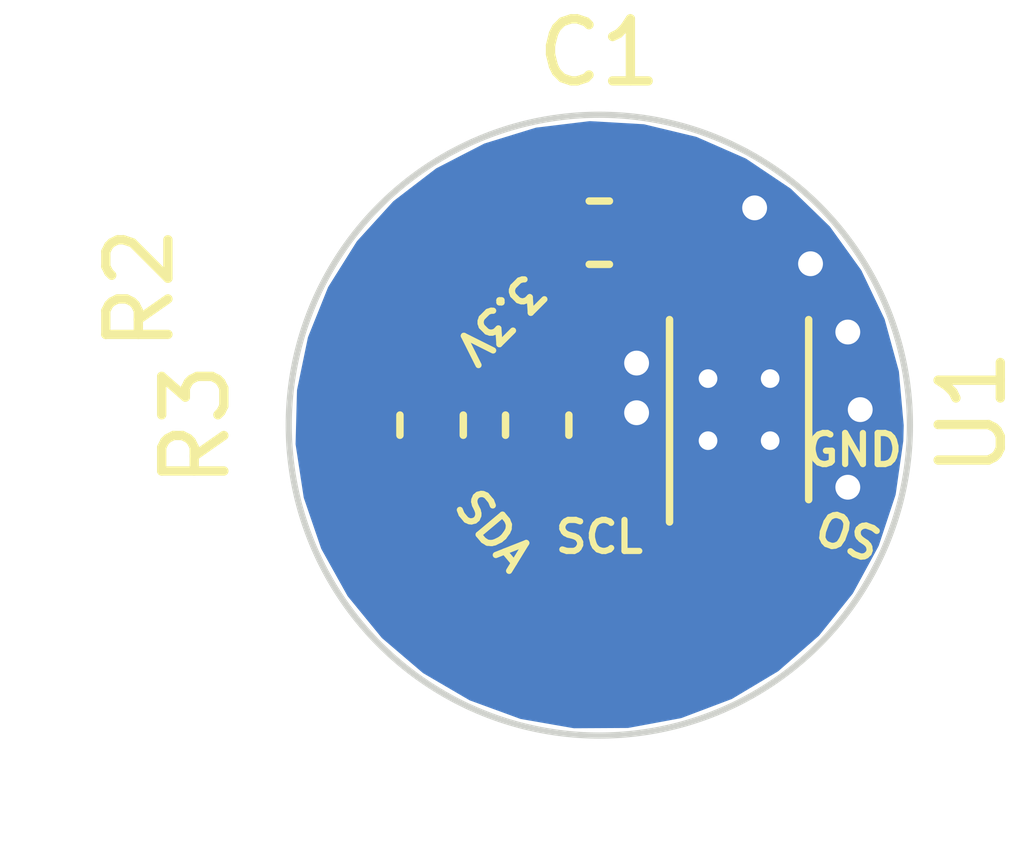
<source format=kicad_pcb>
(kicad_pcb (version 20201220) (generator pcbnew)
  (layers (0 "F.Cu" signal) (31 "B.Cu" signal) (34 "B.Paste" user) (35 "F.Paste" user) (36 "B.SilkS" user "B.Silkscreen") (37 "F.SilkS" user "F.Silkscreen") (38 "B.Mask" user) (39 "F.Mask" user) (44 "Edge.Cuts" user))
  (net 0 "")
  (net 1 "GND")
  (net 2 "VCC")
  (net 3 "/OS")
  (net 4 "/SCL")
  (net 5 "/SDA")
  (footprint "Package_DFN_QFN:TDFN-8-1EP_3x2mm_P0.5mm_EP1.80x1.65mm_ThermalVias" (layer "F.Cu") (at 102.25 99.75 90)
    (fp_text reference "U1" (at -0.05 3.75 90) (layer "F.SilkS"))
    (fp_text value "MAX31725")
    (fp_line (start -1.45 1.12) (end 1.45 1.12) (layer "F.SilkS") (width 0.12))
    (fp_line (start -1.81 -1.12) (end 1.45 -1.12) (layer "F.SilkS") (width 0.12))
    (pad "1" smd oval (at -1.45 -0.75 90) (size 0.85 0.25) (layers "F.Cu" "F.Paste" "F.Mask") (net 5 "/SDA"))
    (pad "2" smd oval (at -1.45 -0.25 90) (size 0.85 0.25) (layers "F.Cu" "F.Paste" "F.Mask") (net 4 "/SCL"))
    (pad "3" smd oval (at -1.45 0.25 90) (size 0.85 0.25) (layers "F.Cu" "F.Paste" "F.Mask") (net 3 "/OS"))
    (pad "4" smd oval (at -1.45 0.75 90) (size 0.85 0.25) (layers "F.Cu" "F.Paste" "F.Mask") (net 1 "GND"))
    (pad "5" smd oval (at 1.45 0.75 90) (size 0.85 0.25) (layers "F.Cu" "F.Paste" "F.Mask") (net 1 "GND"))
    (pad "6" smd oval (at 1.45 0.25 90) (size 0.85 0.25) (layers "F.Cu" "F.Paste" "F.Mask") (net 1 "GND"))
    (pad "7" smd oval (at 1.45 -0.25 90) (size 0.85 0.25) (layers "F.Cu" "F.Paste" "F.Mask") (net 1 "GND"))
    (pad "8" smd oval (at 1.45 -0.75 90) (size 0.85 0.25) (layers "F.Cu" "F.Paste" "F.Mask") (net 2 "VCC"))
    (pad "9" smd rect (at 0 0 90) (size 1.8 1.65) (layers "F.Cu" "F.Mask") (net 1 "GND"))
    (pad "9" thru_hole circle (at 0.5 0.5 90) (size 0.65 0.65) (drill 0.3) (layers *.Cu) (net 1 "GND"))
    (pad "9" thru_hole circle (at -0.5 0.5 90) (size 0.65 0.65) (drill 0.3) (layers *.Cu) (net 1 "GND"))
    (pad "9" smd rect (at 0 0 90) (size 1.8 1.65) (layers "B.Cu") (net 1 "GND"))
    (pad "9" thru_hole circle (at 0.5 -0.5 90) (size 0.65 0.65) (drill 0.3) (layers *.Cu) (net 1 "GND"))
    (pad "9" thru_hole circle (at -0.5 -0.5 90) (size 0.65 0.65) (drill 0.3) (layers *.Cu) (net 1 "GND"))
  )
  (footprint "Capacitor_SMD:C_0603_1608Metric" (layer "F.Cu") (at 100 96.9)
    (fp_text reference "C1" (at 0 -2.9) (layer "F.SilkS"))
    (fp_text value "220n")
    (fp_line (start -0.162779 0.51) (end 0.162779 0.51) (layer "F.SilkS") (width 0.12))
    (fp_line (start -0.162779 -0.51) (end 0.162779 -0.51) (layer "F.SilkS") (width 0.12))
    (pad "1" smd roundrect (at -0.7875 0) (size 0.875 0.95) (layers "F.Cu" "F.Paste" "F.Mask") (net 2 "VCC"))
    (pad "2" smd roundrect (at 0.7875 0) (size 0.875 0.95) (layers "F.Cu" "F.Paste" "F.Mask") (net 1 "GND"))
  )
  (footprint "Resistor_SMD:R_0603_1608Metric" (layer "F.Cu") (at 97.3 100 -90)
    (fp_text reference "R3" (at 0 3.8 90) (layer "F.SilkS"))
    (fp_text value "4k7")
    (fp_line (start -0.162779 0.51) (end 0.162779 0.51) (layer "F.SilkS") (width 0.12))
    (fp_line (start -0.162779 -0.51) (end 0.162779 -0.51) (layer "F.SilkS") (width 0.12))
    (pad "1" smd roundrect (at -0.7875 0 270) (size 0.875 0.95) (layers "F.Cu" "F.Paste" "F.Mask") (net 2 "VCC"))
    (pad "2" smd roundrect (at 0.7875 0 270) (size 0.875 0.95) (layers "F.Cu" "F.Paste" "F.Mask") (net 5 "/SDA"))
  )
  (footprint "Resistor_SMD:R_0603_1608Metric" (layer "F.Cu") (at 99 100 -90)
    (fp_text reference "R2" (at -2.2 6.4 90) (layer "F.SilkS"))
    (fp_text value "4k7")
    (fp_line (start -0.162779 -0.51) (end 0.162779 -0.51) (layer "F.SilkS") (width 0.12))
    (fp_line (start -0.162779 0.51) (end 0.162779 0.51) (layer "F.SilkS") (width 0.12))
    (pad "1" smd roundrect (at -0.7875 0 270) (size 0.875 0.95) (layers "F.Cu" "F.Paste" "F.Mask") (net 2 "VCC"))
    (pad "2" smd roundrect (at 0.7875 0 270) (size 0.875 0.95) (layers "F.Cu" "F.Paste" "F.Mask") (net 4 "/SCL"))
  )
  (gr_circle (center 100 100) (end 105 100) (layer "Edge.Cuts") (width 0.1) (fill none))
  (gr_text "3.3V" (at 98.4 98.3 225) (layer "F.SilkS") (effects (font (size 0.5 0.5) (thickness 0.1))))
  (gr_text "GND" (at 104.1 100.4) (layer "F.SilkS") (effects (font (size 0.5 0.5) (thickness 0.1))))
  (gr_text "SDA" (at 98.3 101.7 310) (layer "F.SilkS") (effects (font (size 0.5 0.5) (thickness 0.1))))
  (gr_text "SCL" (at 100 101.8) (layer "F.SilkS") (effects (font (size 0.5 0.5) (thickness 0.1))))
  (gr_text "OS" (at 104 101.8 -20) (layer "F.SilkS") (effects (font (size 0.5 0.5) (thickness 0.1))))
  (segment (start 100.7875 96.6) (end 101.6 96.6) (width 0.25) (layer "F.Cu") (net 1))
  (segment (start 103 101.2) (end 103 100.5) (width 0.25) (layer "F.Cu") (net 1))
  (segment (start 102 98.3) (end 103 98.3) (width 0.25) (layer "F.Cu") (net 1))
  (segment (start 103 100.5) (end 102.75 100.25) (width 0.25) (layer "F.Cu") (net 1))
  (segment (start 101.6 96.6) (end 102.5 97.5) (width 0.25) (layer "F.Cu") (net 1))
  (segment (start 102.5 97.5) (end 102.5 98.3) (width 0.25) (layer "F.Cu") (net 1))
  (via (at 104.2 99.75) (size 0.8) (drill 0.4) (layers "F.Cu" "B.Cu") (net 1))
  (via (at 100.6 99.8) (size 0.8) (drill 0.4) (layers "F.Cu" "B.Cu") (net 1))
  (via (at 104 98.5) (size 0.8) (drill 0.4) (layers "F.Cu" "B.Cu") (net 1))
  (via (at 103.4 97.4) (size 0.8) (drill 0.4) (layers "F.Cu" "B.Cu") (net 1))
  (via (at 104 101) (size 0.8) (drill 0.4) (layers "F.Cu" "B.Cu") (net 1))
  (via (at 100.6 99) (size 0.8) (drill 0.4) (layers "F.Cu" "B.Cu") (net 1))
  (via (at 102.5 96.5) (size 0.8) (drill 0.4) (layers "F.Cu" "B.Cu") (net 1))
  (segment (start 99 98.4) (end 99 99.2125) (width 0.25) (layer "F.Cu") (net 2))
  (segment (start 99.2125 96.6) (end 99.2125 97.2125) (width 0.25) (layer "F.Cu") (net 2))
  (segment (start 99.1 98.3) (end 99 98.4) (width 0.25) (layer "F.Cu") (net 2))
  (segment (start 101.5 98.3) (end 99.1 98.3) (width 0.25) (layer "F.Cu") (net 2))
  (segment (start 99 99.2125) (end 97.3 99.2125) (width 0.25) (layer "F.Cu") (net 2))
  (segment (start 102.5 101.2) (end 102.5 102.1) (width 0.25) (layer "F.Cu") (net 3))
  (segment (start 102.5 102.1) (end 103 102.6) (width 0.25) (layer "F.Cu") (net 3))
  (segment (start 102 101.2) (end 102 101.8) (width 0.25) (layer "F.Cu") (net 4))
  (segment (start 101 102.6) (end 99.1875 100.7875) (width 0.25) (layer "F.Cu") (net 4))
  (segment (start 99.1875 100.7875) (end 99 100.7875) (width 0.25) (layer "F.Cu") (net 4))
  (segment (start 102 101.8) (end 101.2 102.6) (width 0.25) (layer "F.Cu") (net 4))
  (segment (start 101.2 102.6) (end 101 102.6) (width 0.25) (layer "F.Cu") (net 4))
  (segment (start 98.2 100) (end 99.8 100) (width 0.25) (layer "F.Cu") (net 5))
  (segment (start 97.4125 100.7875) (end 98.2 100) (width 0.25) (layer "F.Cu") (net 5))
  (segment (start 101 101.2) (end 101.5 101.2) (width 0.25) (layer "F.Cu") (net 5))
  (segment (start 99.8 100) (end 101 101.2) (width 0.25) (layer "F.Cu") (net 5))
  (zone (net 3) (net_name "/OS") (layer "F.Cu") (connect_pads yes (clearance 0.3)) (min_thickness 0.2) (fill yes (thermal_gap 0.508) (thermal_bridge_width 0.508))
    (polygon (pts (xy 104.8 102.4) (xy 103.2 104.6) (xy 102 102.1) (xy 102.4 101.4)))
  )
  (zone (net 1) (net_name "GND") (layer "F.Cu") (connect_pads yes (clearance 0.2)) (min_thickness 0.2) (fill yes (thermal_gap 0.508) (thermal_bridge_width 0.508))
    (polygon (pts (xy 104.2 95.2) (xy 105.8 98.4) (xy 105 102) (xy 102.2 101.2) (xy 100.2 100) (xy 100.2 94.8)))
  )
  (zone (net 5) (net_name "/SDA") (layer "F.Cu") (connect_pads yes (clearance 0.3)) (min_thickness 0.254) (fill yes (thermal_gap 0.508) (thermal_bridge_width 0.508))
    (polygon (pts (xy 99.8 105.4) (xy 97.6 105.4) (xy 94.8 103.8) (xy 94.8 100.2) (xy 97.8 100.2)))
  )
  (zone (net 2) (net_name "VCC") (layer "F.Cu") (connect_pads yes (clearance 0.3)) (min_thickness 0.254) (fill yes (thermal_gap 0.508) (thermal_bridge_width 0.508))
    (polygon (pts (xy 99.75 99.75) (xy 94.75 99.75) (xy 95.25 95.5) (xy 99.75 94.75)))
  )
  (zone (net 4) (net_name "/SCL") (layer "F.Cu") (connect_pads yes (clearance 0.3)) (min_thickness 0.254) (fill yes (thermal_gap 0.508) (thermal_bridge_width 0.508))
    (polygon (pts (xy 99.8 100.2) (xy 101.6 101.8) (xy 102.8 104.8) (xy 102 105) (xy 100.2 105.2) (xy 98.2 100.2)))
  )
  (zone (net 1) (net_name "GND") (layer "B.Cu") (connect_pads yes (clearance 0.1)) (min_thickness 0.1) (fill yes (thermal_gap 0.508) (thermal_bridge_width 0.508))
    (polygon (pts (xy 105.6 102.6) (xy 104.4 106) (xy 94.8 105.6) (xy 95.2 94.8) (xy 104.8 94.6)))
  )
)
</source>
